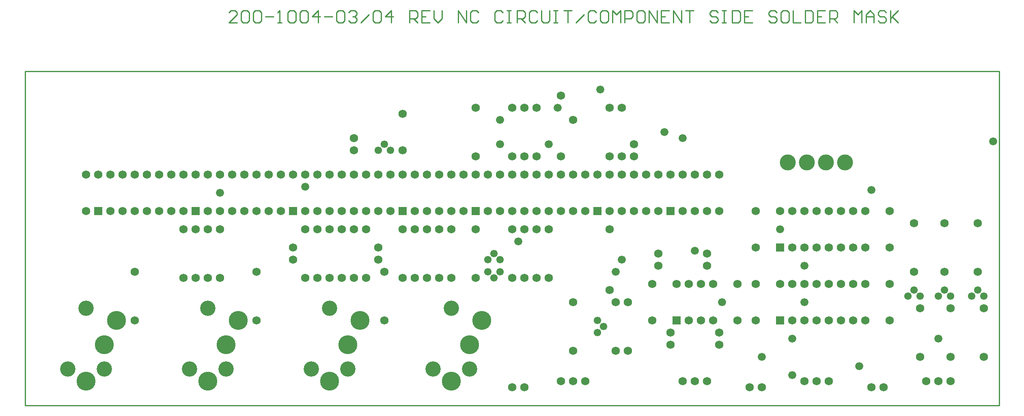
<source format=gbs>
*%FSLAX23Y23*%
*%MOIN*%
G01*
%ADD11C,0.007*%
%ADD12C,0.008*%
%ADD13C,0.010*%
%ADD14C,0.012*%
%ADD15C,0.020*%
%ADD16C,0.032*%
%ADD17C,0.036*%
%ADD18C,0.050*%
%ADD19C,0.052*%
%ADD20C,0.055*%
%ADD21C,0.056*%
%ADD22C,0.060*%
%ADD23C,0.061*%
%ADD24C,0.062*%
%ADD25C,0.066*%
%ADD26C,0.068*%
%ADD27C,0.070*%
%ADD28C,0.080*%
%ADD29C,0.090*%
%ADD30C,0.095*%
%ADD31C,0.115*%
%ADD32C,0.120*%
%ADD33C,0.125*%
%ADD34C,0.126*%
%ADD35C,0.131*%
%ADD36C,0.150*%
%ADD37C,0.156*%
%ADD38R,0.062X0.062*%
%ADD39R,0.068X0.068*%
D13*
X7876Y9614D02*
X7943D01*
X7876D02*
X7943Y9681D01*
Y9697D01*
X7926Y9714D01*
X7893D01*
X7876Y9697D01*
X7976D02*
X7993Y9714D01*
X8026D01*
X8043Y9697D01*
Y9631D01*
X8026Y9614D01*
X7993D01*
X7976Y9631D01*
Y9697D01*
X8076D02*
X8093Y9714D01*
X8126D01*
X8143Y9697D01*
Y9631D01*
X8126Y9614D01*
X8093D01*
X8076Y9631D01*
Y9697D01*
X8176Y9664D02*
X8243D01*
X8276Y9614D02*
X8309D01*
X8293D01*
Y9714D01*
X8294D01*
X8293D02*
X8276Y9697D01*
X8359D02*
X8376Y9714D01*
X8409D01*
X8426Y9697D01*
Y9631D01*
X8409Y9614D01*
X8376D01*
X8359Y9631D01*
Y9697D01*
X8459D02*
X8476Y9714D01*
X8509D01*
X8526Y9697D01*
Y9631D01*
X8509Y9614D01*
X8476D01*
X8459Y9631D01*
Y9697D01*
X8609Y9714D02*
Y9614D01*
X8559Y9664D02*
X8609Y9714D01*
X8626Y9664D02*
X8559D01*
X8659D02*
X8726D01*
X8759Y9697D02*
X8776Y9714D01*
X8809D01*
X8826Y9697D01*
Y9631D01*
X8809Y9614D01*
X8776D01*
X8759Y9631D01*
Y9697D01*
X8859D02*
X8876Y9714D01*
X8909D01*
X8926Y9697D01*
Y9681D01*
X8927D01*
X8926D02*
X8927D01*
X8926D02*
X8927D01*
X8926D02*
X8909Y9664D01*
X8892D01*
X8909D01*
X8926Y9647D01*
Y9631D01*
X8909Y9614D01*
X8876D01*
X8859Y9631D01*
X8959Y9614D02*
X9026Y9681D01*
X9059Y9697D02*
X9076Y9714D01*
X9109D01*
X9126Y9697D01*
Y9631D01*
X9109Y9614D01*
X9076D01*
X9059Y9631D01*
Y9697D01*
X9209Y9714D02*
Y9614D01*
X9159Y9664D02*
X9209Y9714D01*
X9226Y9664D02*
X9159D01*
X9359Y9614D02*
Y9714D01*
X9409D01*
X9425Y9697D01*
Y9664D01*
X9409Y9647D01*
X9359D01*
X9392D02*
X9425Y9614D01*
X9459Y9714D02*
X9525D01*
X9459D02*
Y9614D01*
X9525D01*
X9492Y9664D02*
X9459D01*
X9559Y9647D02*
Y9714D01*
Y9647D02*
X9592Y9614D01*
X9625Y9647D01*
Y9714D01*
X9759D02*
Y9614D01*
X9825D02*
X9759Y9714D01*
X9825D02*
Y9614D01*
X9925Y9697D02*
X9909Y9714D01*
X9875D01*
X9859Y9697D01*
Y9631D01*
X9875Y9614D01*
X9909D01*
X9925Y9631D01*
X10109Y9714D02*
X10125Y9697D01*
X10109Y9714D02*
X10075D01*
X10059Y9697D01*
Y9631D01*
X10075Y9614D01*
X10109D01*
X10125Y9631D01*
X10159Y9714D02*
X10192D01*
X10175D01*
Y9614D01*
X10159D01*
X10192D01*
X10242D02*
Y9714D01*
X10292D01*
X10309Y9697D01*
Y9664D01*
X10292Y9647D01*
X10242D01*
X10275D02*
X10309Y9614D01*
X10409Y9697D02*
X10392Y9714D01*
X10359D01*
X10342Y9697D01*
Y9631D01*
X10359Y9614D01*
X10392D01*
X10409Y9631D01*
X10442D02*
Y9714D01*
Y9631D02*
X10458Y9614D01*
X10492D01*
X10508Y9631D01*
Y9714D01*
X10542D02*
X10575D01*
X10558D01*
Y9614D01*
X10542D01*
X10575D01*
X10625Y9714D02*
X10692D01*
X10658D01*
Y9614D01*
X10725D02*
X10792Y9681D01*
X10875Y9714D02*
X10892Y9697D01*
X10875Y9714D02*
X10842D01*
X10825Y9697D01*
Y9631D01*
X10842Y9614D01*
X10875D01*
X10892Y9631D01*
X10942Y9714D02*
X10975D01*
X10942D02*
X10925Y9697D01*
Y9631D01*
X10942Y9614D01*
X10975D01*
X10992Y9631D01*
Y9697D01*
X10975Y9714D01*
X11025D02*
Y9614D01*
X11058Y9681D02*
X11025Y9714D01*
X11058Y9681D02*
X11092Y9714D01*
Y9614D01*
X11125D02*
Y9714D01*
X11175D01*
X11192Y9697D01*
Y9664D01*
X11175Y9647D01*
X11125D01*
X11242Y9714D02*
X11275D01*
X11242D02*
X11225Y9697D01*
Y9631D01*
X11242Y9614D01*
X11275D01*
X11292Y9631D01*
Y9697D01*
X11275Y9714D01*
X11325D02*
Y9614D01*
X11392D02*
X11325Y9714D01*
X11392D02*
Y9614D01*
X11425Y9714D02*
X11491D01*
X11425D02*
Y9614D01*
X11491D01*
X11458Y9664D02*
X11425D01*
X11525Y9614D02*
Y9714D01*
X11591Y9614D01*
Y9714D01*
X11625D02*
X11691D01*
X11658D01*
Y9614D01*
X11875Y9714D02*
X11891Y9697D01*
X11875Y9714D02*
X11841D01*
X11825Y9697D01*
Y9681D01*
X11841Y9664D01*
X11875D01*
X11891Y9647D01*
Y9631D01*
X11875Y9614D01*
X11841D01*
X11825Y9631D01*
X11925Y9714D02*
X11958D01*
X11941D01*
Y9614D01*
X11925D01*
X11958D01*
X12008D02*
Y9714D01*
Y9614D02*
X12058D01*
X12075Y9631D01*
Y9697D01*
X12058Y9714D01*
X12008D01*
X12108D02*
X12175D01*
X12108D02*
Y9614D01*
X12175D01*
X12141Y9664D02*
X12108D01*
X12358Y9714D02*
X12375Y9697D01*
X12358Y9714D02*
X12325D01*
X12308Y9697D01*
Y9681D01*
X12325Y9664D01*
X12358D01*
X12375Y9647D01*
Y9631D01*
X12358Y9614D01*
X12325D01*
X12308Y9631D01*
X12425Y9714D02*
X12458D01*
X12425D02*
X12408Y9697D01*
Y9631D01*
X12425Y9614D01*
X12458D01*
X12475Y9631D01*
Y9697D01*
X12458Y9714D01*
X12508D02*
Y9614D01*
X12574D01*
X12608D02*
Y9714D01*
Y9614D02*
X12658D01*
X12674Y9631D01*
Y9697D01*
X12658Y9714D01*
X12608D01*
X12708D02*
X12774D01*
X12708D02*
Y9614D01*
X12774D01*
X12741Y9664D02*
X12708D01*
X12808Y9614D02*
Y9714D01*
X12858D01*
X12874Y9697D01*
Y9664D01*
X12858Y9647D01*
X12808D01*
X12841D02*
X12874Y9614D01*
X13008D02*
Y9714D01*
X13041Y9681D01*
X13074Y9714D01*
Y9614D01*
X13108D02*
Y9681D01*
X13141Y9714D01*
X13174Y9681D01*
Y9614D01*
Y9664D01*
X13108D01*
X13258Y9714D02*
X13274Y9697D01*
X13258Y9714D02*
X13224D01*
X13208Y9697D01*
Y9681D01*
X13224Y9664D01*
X13258D01*
X13274Y9647D01*
Y9631D01*
X13258Y9614D01*
X13224D01*
X13208Y9631D01*
X13308Y9614D02*
Y9714D01*
Y9647D02*
Y9614D01*
Y9647D02*
X13374Y9714D01*
X13324Y9664D01*
X13374Y9614D01*
X14201Y9214D02*
X6201D01*
Y6464D02*
X14201D01*
Y9214D01*
X6201D02*
Y6464D01*
D23*
X13801Y7364D02*
D03*
X13701D02*
D03*
X13751Y7414D02*
D03*
X14076Y7364D02*
D03*
X13976D02*
D03*
X14026Y7414D02*
D03*
X13551Y7364D02*
D03*
X13451D02*
D03*
X13501Y7414D02*
D03*
X10901Y7164D02*
D03*
X10951Y7114D02*
D03*
X10901Y7064D02*
D03*
X10001Y7564D02*
D03*
X10101D02*
D03*
X10051Y7514D02*
D03*
X10101Y7664D02*
D03*
X10001D02*
D03*
X10051Y7714D02*
D03*
X9101Y8564D02*
D03*
X9151Y8614D02*
D03*
X9201Y8564D02*
D03*
D25*
X14151Y8639D02*
D03*
X13701Y7014D02*
D03*
X13151Y8239D02*
D03*
X13051Y6789D02*
D03*
X12601Y7614D02*
D03*
Y7314D02*
D03*
X12501Y6714D02*
D03*
Y7014D02*
D03*
X12401Y7914D02*
D03*
X12251Y6864D02*
D03*
X11926Y7314D02*
D03*
X11701Y7739D02*
D03*
X11451Y8714D02*
D03*
X11601Y8664D02*
D03*
X11051Y7564D02*
D03*
X11101Y7664D02*
D03*
X10926Y9064D02*
D03*
X10501Y8614D02*
D03*
X10576Y8914D02*
D03*
X10251Y7814D02*
D03*
X8501Y8264D02*
D03*
X7801Y8214D02*
D03*
X10101Y8814D02*
D03*
Y8614D02*
D03*
D26*
X13751Y7564D02*
D03*
Y7964D02*
D03*
X14026Y7564D02*
D03*
Y7964D02*
D03*
X13801Y6664D02*
D03*
X13601D02*
D03*
X13701D02*
D03*
X13801Y7264D02*
D03*
Y6864D02*
D03*
X14076Y7264D02*
D03*
Y6864D02*
D03*
X12201Y8064D02*
D03*
Y7764D02*
D03*
X12501D02*
D03*
X12801D02*
D03*
X12901D02*
D03*
X13001D02*
D03*
X13101D02*
D03*
Y8064D02*
D03*
X13001D02*
D03*
X12901D02*
D03*
X12801D02*
D03*
X12701D02*
D03*
X12601D02*
D03*
X12501D02*
D03*
X12401D02*
D03*
X12601Y7764D02*
D03*
X12701D02*
D03*
X13301D02*
D03*
Y8064D02*
D03*
X12201Y7464D02*
D03*
Y7164D02*
D03*
X12501D02*
D03*
X12801D02*
D03*
X12901D02*
D03*
X13001D02*
D03*
X13101D02*
D03*
Y7464D02*
D03*
X13001D02*
D03*
X12901D02*
D03*
X12801D02*
D03*
X12701D02*
D03*
X12601D02*
D03*
X12501D02*
D03*
X12401D02*
D03*
X12601Y7164D02*
D03*
X12701D02*
D03*
X13301D02*
D03*
Y7464D02*
D03*
X13501Y7564D02*
D03*
Y7964D02*
D03*
X12051Y7164D02*
D03*
Y7464D02*
D03*
X12151Y6614D02*
D03*
X12251D02*
D03*
X13151D02*
D03*
X13251D02*
D03*
X12801Y6664D02*
D03*
X12601D02*
D03*
X12701D02*
D03*
X13551Y7264D02*
D03*
Y6864D02*
D03*
X11001Y8514D02*
D03*
Y8914D02*
D03*
X11101Y8514D02*
D03*
Y8914D02*
D03*
X10701Y8814D02*
D03*
X10601Y8514D02*
D03*
Y9014D02*
D03*
X10701Y8064D02*
D03*
Y8364D02*
D03*
X10801D02*
D03*
Y8064D02*
D03*
X11101D02*
D03*
X11201D02*
D03*
Y8364D02*
D03*
X11101D02*
D03*
X11001D02*
D03*
X10901D02*
D03*
X11001Y8064D02*
D03*
X11301D02*
D03*
Y8364D02*
D03*
X11401D02*
D03*
Y8064D02*
D03*
X11701D02*
D03*
X11801D02*
D03*
Y8364D02*
D03*
X11701D02*
D03*
X11601D02*
D03*
X11501D02*
D03*
X11601Y8064D02*
D03*
X11901D02*
D03*
Y8364D02*
D03*
X11751Y7164D02*
D03*
X11851D02*
D03*
Y7464D02*
D03*
X11751D02*
D03*
X11651D02*
D03*
X11551D02*
D03*
X11651Y7164D02*
D03*
X11351Y7464D02*
D03*
Y7164D02*
D03*
X11501Y7064D02*
D03*
X11901D02*
D03*
X11401Y7614D02*
D03*
X11801D02*
D03*
X11401Y7714D02*
D03*
X11801D02*
D03*
X11001Y7914D02*
D03*
Y7414D02*
D03*
X11051Y6914D02*
D03*
Y7314D02*
D03*
X10701Y6914D02*
D03*
Y7314D02*
D03*
X10501Y7514D02*
D03*
Y7914D02*
D03*
X11201Y8614D02*
D03*
Y8514D02*
D03*
X10801Y6664D02*
D03*
X10601D02*
D03*
X10701D02*
D03*
X11801D02*
D03*
X11601D02*
D03*
X11701D02*
D03*
X11901Y6964D02*
D03*
X11501D02*
D03*
X11151Y7314D02*
D03*
Y6914D02*
D03*
X10401Y8514D02*
D03*
Y8914D02*
D03*
X9101Y7764D02*
D03*
Y7664D02*
D03*
X10201Y8064D02*
D03*
X10101D02*
D03*
X9901Y8364D02*
D03*
X10001D02*
D03*
X10101D02*
D03*
X10201D02*
D03*
X10301D02*
D03*
X10401D02*
D03*
X10501D02*
D03*
X10601D02*
D03*
Y8064D02*
D03*
X10501D02*
D03*
X10401D02*
D03*
X10301D02*
D03*
X10001D02*
D03*
X9801Y8364D02*
D03*
Y8064D02*
D03*
X9501D02*
D03*
X9601D02*
D03*
Y8364D02*
D03*
X9501D02*
D03*
X9401D02*
D03*
X9301D02*
D03*
X9401Y8064D02*
D03*
X8901Y8564D02*
D03*
Y8664D02*
D03*
Y7914D02*
D03*
Y7514D02*
D03*
X9001Y7914D02*
D03*
Y7514D02*
D03*
X10301Y8914D02*
D03*
Y8514D02*
D03*
X10201D02*
D03*
Y8914D02*
D03*
Y7914D02*
D03*
Y7514D02*
D03*
X10301Y7914D02*
D03*
Y7514D02*
D03*
X9901Y8514D02*
D03*
Y8914D02*
D03*
Y7514D02*
D03*
Y7914D02*
D03*
X9501D02*
D03*
Y7514D02*
D03*
X9401Y7914D02*
D03*
Y7514D02*
D03*
X9601D02*
D03*
Y7914D02*
D03*
X9151Y7564D02*
D03*
Y7164D02*
D03*
X9701Y7914D02*
D03*
Y7514D02*
D03*
X10401Y7914D02*
D03*
Y7514D02*
D03*
X9101Y8364D02*
D03*
Y8064D02*
D03*
X9301Y8564D02*
D03*
Y8864D02*
D03*
X9201Y8364D02*
D03*
Y8064D02*
D03*
X9701D02*
D03*
Y8364D02*
D03*
X9301Y7914D02*
D03*
Y7514D02*
D03*
X10201Y6614D02*
D03*
X10301D02*
D03*
X7501Y8364D02*
D03*
Y8064D02*
D03*
X7801D02*
D03*
X7901D02*
D03*
X8001D02*
D03*
X8101D02*
D03*
X8201D02*
D03*
Y8364D02*
D03*
X8101D02*
D03*
X8001D02*
D03*
X7901D02*
D03*
X7801D02*
D03*
X7701D02*
D03*
X7601D02*
D03*
X7701Y8064D02*
D03*
X8301Y8364D02*
D03*
Y8064D02*
D03*
X8501D02*
D03*
X8401Y8364D02*
D03*
X8501D02*
D03*
X8601D02*
D03*
X8701D02*
D03*
X8801D02*
D03*
X8901D02*
D03*
X9001D02*
D03*
Y8064D02*
D03*
X8901D02*
D03*
X8801D02*
D03*
X8701D02*
D03*
X8601D02*
D03*
X8501Y7914D02*
D03*
Y7514D02*
D03*
X8801Y7914D02*
D03*
Y7514D02*
D03*
X8601Y7914D02*
D03*
Y7514D02*
D03*
X8701Y7914D02*
D03*
Y7514D02*
D03*
X8401Y7764D02*
D03*
Y7664D02*
D03*
X7601Y7914D02*
D03*
Y7514D02*
D03*
X7501Y7914D02*
D03*
Y7514D02*
D03*
X8101Y7164D02*
D03*
Y7564D02*
D03*
X7701Y7914D02*
D03*
Y7514D02*
D03*
X7801D02*
D03*
Y7914D02*
D03*
X6901Y8064D02*
D03*
X6801Y8364D02*
D03*
X6901D02*
D03*
X7001D02*
D03*
X7101D02*
D03*
X7201D02*
D03*
X7301D02*
D03*
X7401D02*
D03*
Y8064D02*
D03*
X7301D02*
D03*
X7201D02*
D03*
X7101D02*
D03*
X7001D02*
D03*
X6701Y8364D02*
D03*
Y8064D02*
D03*
X7101Y7564D02*
D03*
Y7164D02*
D03*
D34*
X9551Y6764D02*
D03*
X9851D02*
D03*
X9701Y7264D02*
D03*
X7551Y6764D02*
D03*
X7851D02*
D03*
X7701Y7264D02*
D03*
X8701D02*
D03*
X8851Y6764D02*
D03*
X8551D02*
D03*
X6701Y7264D02*
D03*
X6851Y6764D02*
D03*
X6551D02*
D03*
D35*
X12779Y8464D02*
D03*
X12467D02*
D03*
X12935D02*
D03*
X12623D02*
D03*
D37*
X9951Y7164D02*
D03*
X9851Y6964D02*
D03*
X9701Y6664D02*
D03*
X7951Y7164D02*
D03*
X7851Y6964D02*
D03*
X7701Y6664D02*
D03*
X8701D02*
D03*
X8851Y6964D02*
D03*
X8951Y7164D02*
D03*
X6701Y6664D02*
D03*
X6851Y6964D02*
D03*
X6951Y7164D02*
D03*
D39*
X12401Y7764D02*
D03*
Y7164D02*
D03*
X10901Y8064D02*
D03*
X11501D02*
D03*
X11551Y7164D02*
D03*
X9901Y8064D02*
D03*
X9301D02*
D03*
X7601D02*
D03*
X8401D02*
D03*
X6801D02*
D03*
M02*

</source>
